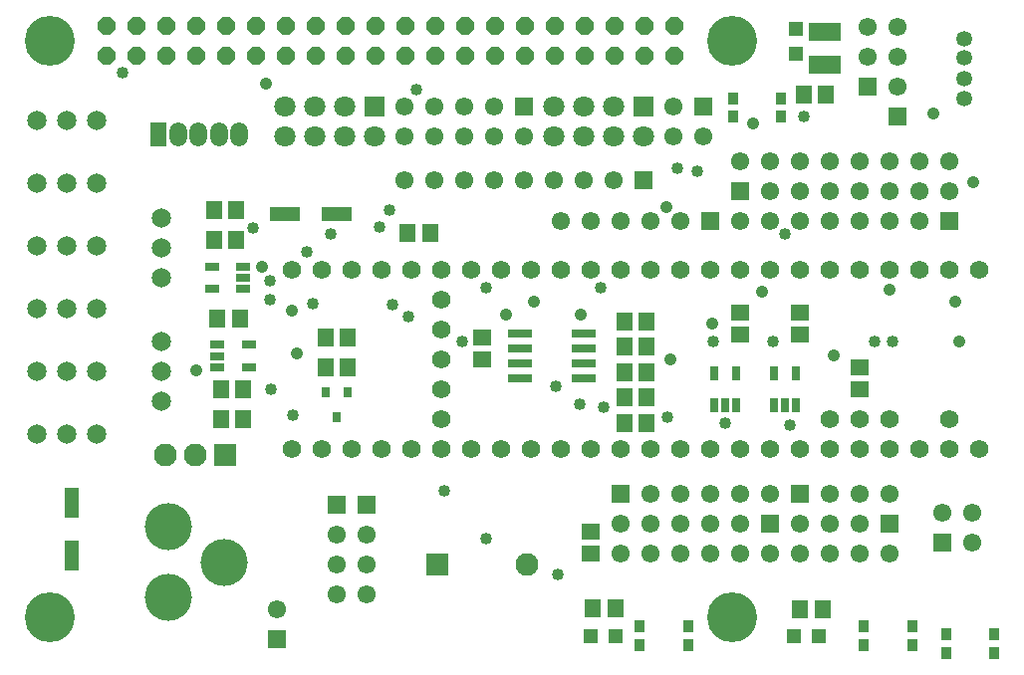
<source format=gts>
G04 DipTrace 3.0.0.2*
G04 TeensyArbotixProRPIT3.6.gts*
%MOIN*%
G04 #@! TF.FileFunction,Soldermask,Top*
G04 #@! TF.Part,Single*
%AMOUTLINE0*5,1,8,0,0,0.065199,-22.499571*%
%ADD13C,0.04*%
%ADD35R,0.05X0.1*%
%ADD36R,0.1X0.05*%
%ADD43C,0.15748*%
%ADD46C,0.065199*%
%ADD47R,0.047244X0.047244*%
%ADD48C,0.05315*%
%ADD53R,0.031496X0.035433*%
%ADD60C,0.06194*%
%ADD72C,0.167*%
%ADD74C,0.042*%
%ADD76R,0.08074X0.025622*%
%ADD80R,0.045307X0.025622*%
%ADD82O,0.058X0.082*%
%ADD84R,0.058X0.082*%
%ADD86R,0.025622X0.045307*%
%ADD90C,0.076803*%
%ADD92R,0.076803X0.076803*%
%ADD94R,0.037433X0.04137*%
%ADD104C,0.070898*%
%ADD106R,0.070898X0.070898*%
%ADD108C,0.061055*%
%ADD110R,0.061055X0.061055*%
%ADD112R,0.108299X0.064992*%
%ADD114R,0.061055X0.053181*%
%ADD120R,0.053181X0.061055*%
%ADD125OUTLINE0*%
%FSLAX26Y26*%
G04*
G70*
G90*
G75*
G01*
G04 TopMask*
%LPD*%
D74*
X1489961Y1981201D3*
X3340414Y1726188D3*
D3*
X3558267Y1688193D3*
X2147966Y1688960D3*
X2911744Y1719925D3*
X2594166Y2005491D3*
X1340017Y1658364D3*
X2882662Y2283876D3*
X1314961Y1981201D3*
X1090158Y1631201D3*
X2605122Y1493701D3*
X3152461Y1506201D3*
X1239658Y1806004D3*
X2746694Y1614301D3*
X1019588Y1458822D3*
X1355092Y1513977D3*
X3487315Y2318297D3*
X2305135Y1642874D3*
X2057075Y1643702D3*
X1252370Y2418488D3*
X3572797Y1555802D3*
X3617827Y2088307D3*
D72*
X2811221Y631496D3*
X527756D3*
Y2560630D3*
X2811221D3*
D13*
X3349961Y1553701D3*
X1269961Y1393701D3*
X2224202Y1403988D3*
X2597415Y1300826D3*
X1664961Y1993701D3*
X1909961Y1553701D3*
X2749961D3*
X2949961D3*
X1209961Y1933701D3*
X1341625Y1306299D3*
X2229961Y773701D3*
X1989961Y893701D3*
Y1733701D3*
X1633477Y1938307D3*
X1849961Y1053701D3*
X2629961Y2133701D3*
X3289961Y1553701D3*
X1676862Y1677230D3*
X1264961Y1756201D3*
X1407950Y1680806D3*
X1729961Y1638307D3*
X1264961Y1693701D3*
X2696766Y2123207D3*
X2381281Y1333981D3*
X2373345Y1733670D3*
X2787782Y1282021D3*
X3007368Y1275960D3*
X2989961Y1913701D3*
X1754760Y2397398D3*
X3052461Y2306201D3*
X771171Y2455984D3*
X2302461Y1343701D3*
X1469961Y1913701D3*
X1389961Y1853701D3*
D120*
X2527362Y1366202D3*
X2452559D3*
D35*
X603711Y1012685D3*
Y837685D3*
D36*
X1489961Y1981201D3*
X1314961D3*
D114*
X1977461Y1568701D3*
Y1493898D3*
D112*
X3122449Y2481201D3*
Y2591437D3*
D120*
X2527362Y1451202D3*
X2452559D3*
X1164961Y1631201D3*
X1090158D3*
D114*
X2339961Y843701D3*
Y918504D3*
D110*
X2939961Y943701D3*
D108*
Y843701D3*
X2839961Y943701D3*
Y843701D3*
X2739961Y943701D3*
Y843701D3*
X2639961Y943701D3*
Y843701D3*
X2539961Y943701D3*
Y843701D3*
X2439961Y943701D3*
Y843701D3*
D110*
Y1043701D3*
D108*
X2539961D3*
X2639961D3*
X2739961D3*
X2839961D3*
X2939961D3*
D110*
X3339961Y943701D3*
D108*
Y843701D3*
X3239961Y943701D3*
Y843701D3*
X3139961Y943701D3*
Y843701D3*
X3039961Y943701D3*
Y843701D3*
D110*
Y1043701D3*
D108*
X3139961D3*
X3239961D3*
X3339961D3*
D110*
X2839961Y2056201D3*
D108*
Y2156201D3*
X2939961Y2056201D3*
Y2156201D3*
X3039961Y2056201D3*
Y2156201D3*
X3139961Y2056201D3*
Y2156201D3*
X3239961Y2056201D3*
Y2156201D3*
X3339961Y2056201D3*
Y2156201D3*
X3439961Y2056201D3*
Y2156201D3*
X3539961Y2056201D3*
Y2156201D3*
D110*
X2514961Y2093701D3*
D108*
X2414961D3*
X2314961D3*
X2214961D3*
X2114961D3*
X2014961D3*
X1914961D3*
X1814961D3*
X1714961D3*
D110*
X2714961Y2342095D3*
D108*
Y2242095D3*
X2614961Y2342095D3*
Y2242095D3*
D106*
X2514961Y2342095D3*
D104*
X2414961D3*
X2314961D3*
X2214961D3*
Y2242095D3*
X2314961D3*
X2414961D3*
X2514961D3*
D43*
X927461Y933071D3*
Y696851D3*
X1112500Y814961D3*
D110*
X1289961Y556201D3*
D108*
Y656201D3*
D110*
X3514961Y881201D3*
D108*
Y981201D3*
X3614961Y881201D3*
Y981201D3*
D125*
X719488Y2510630D3*
Y2610630D3*
X819488Y2510630D3*
Y2610630D3*
X919488Y2510630D3*
Y2610630D3*
X1019488Y2510630D3*
Y2610630D3*
X1119488Y2510630D3*
Y2610630D3*
X1219488Y2510630D3*
Y2610630D3*
X1319488Y2510630D3*
Y2610630D3*
X1419488Y2510630D3*
Y2610630D3*
X1519488Y2510630D3*
Y2610630D3*
X1619488Y2510630D3*
Y2610630D3*
X1719488Y2510630D3*
Y2610630D3*
X1819488Y2510630D3*
Y2610630D3*
X1919488Y2510630D3*
Y2610630D3*
X2019488Y2510630D3*
Y2610630D3*
X2119488Y2510630D3*
Y2610630D3*
X2219488Y2510630D3*
Y2610630D3*
X2319488Y2510630D3*
Y2610630D3*
X2419488Y2510630D3*
Y2610630D3*
X2519488Y2510630D3*
Y2610630D3*
X2619488Y2510630D3*
Y2610630D3*
D46*
X485583Y2083701D3*
X585583D3*
X685583D3*
X485583Y1873701D3*
X585583D3*
X685583D3*
X485583Y1663701D3*
X585583D3*
X685583D3*
X485583Y1453701D3*
X585583D3*
X685583D3*
X485583Y1243701D3*
X585583D3*
X685583D3*
X485583Y2293701D3*
X585583D3*
X685583D3*
X902461Y1768701D3*
Y1868701D3*
Y1968701D3*
Y1353701D3*
Y1453701D3*
Y1553701D3*
D110*
X3539961Y1956201D3*
D108*
X3439961D3*
X3339961D3*
X3239961D3*
X3139961D3*
X3039961D3*
X2939961D3*
X2839961D3*
D110*
X2739961D3*
D108*
X2639961D3*
X2539961D3*
X2439961D3*
X2339961D3*
X2239961D3*
D110*
X3364961Y2306201D3*
D108*
Y2406201D3*
Y2506201D3*
Y2606201D3*
D110*
X3264961Y2406201D3*
D108*
Y2506201D3*
Y2606201D3*
D47*
X2339961Y568701D3*
X2422638D3*
X3102461D3*
X3019784D3*
D48*
X3589961Y2368701D3*
Y2433701D3*
Y2503701D3*
Y2568701D3*
D94*
X3689666Y575197D3*
X3528248D3*
Y512205D3*
X3689666D3*
D47*
X3027461Y2518701D3*
Y2601378D3*
D92*
X1114961Y1174839D3*
D90*
X1014961D3*
X914961D3*
D53*
X1527362Y1383071D3*
X1452559D3*
X1489961Y1300394D3*
D120*
X1177362Y1392898D3*
X1102559D3*
D114*
X3239961Y1468701D3*
Y1393898D3*
D120*
X1152461Y1893701D3*
X1077658D3*
X2527362Y1281202D3*
X2452559D3*
X3052461Y2381201D3*
X3127264D3*
X1177362Y1292898D3*
X1102559D3*
X1152461Y1993701D3*
X1077658D3*
X2421211Y662452D3*
X2346408D3*
X1452559Y1568701D3*
X1527362D3*
X1452559Y1468701D3*
X1527362D3*
D114*
X3039961Y1651103D3*
Y1576299D3*
X2839961Y1651103D3*
Y1576299D3*
D120*
X3114961Y656201D3*
X3040158D3*
X2527362Y1536202D3*
X2452559D3*
X1727559Y1918701D3*
X1802362D3*
D94*
X2814961Y2306201D3*
X2976378D3*
Y2369193D3*
X2814961D3*
X2503248Y537205D3*
X2664666D3*
Y600197D3*
X2503248D3*
X3414961D3*
X3253544D3*
Y537205D3*
X3414961D3*
D110*
X1589961Y1006201D3*
D108*
Y906201D3*
Y806201D3*
Y706201D3*
D110*
X1489961Y1006201D3*
D108*
Y906201D3*
Y806201D3*
Y706201D3*
D106*
X1614961Y2342095D3*
D104*
X1514961D3*
X1414961D3*
X1314961D3*
Y2242095D3*
X1414961D3*
X1514961D3*
X1614961D3*
D110*
X2114961Y2342095D3*
D108*
Y2242095D3*
X2014961Y2342095D3*
Y2242095D3*
X1914961Y2342095D3*
Y2242095D3*
X1814961Y2342095D3*
Y2242095D3*
X1714961Y2342095D3*
Y2242095D3*
D92*
X1827461Y806201D3*
D90*
X2126673D3*
D86*
X2752559Y1340551D3*
X2789961D3*
X2827362D3*
Y1446851D3*
X2752559D3*
D84*
X893461Y2246732D3*
D82*
X960461D3*
X1027461D3*
X1094461D3*
X1161461D3*
D80*
X1089961Y1542898D3*
Y1505496D3*
Y1468095D3*
X1196260D3*
Y1542898D3*
D60*
X3639961Y1793701D3*
X3539961D3*
X3439961D3*
X3339961D3*
X3239961D3*
X3139961D3*
X3039961D3*
X2939961D3*
X2839961D3*
X2739961D3*
X2639961D3*
X2539961D3*
X2439961D3*
X2339961D3*
X1839961Y1293701D3*
Y1393701D3*
Y1493701D3*
Y1593701D3*
X2039961Y1193701D3*
X2339961D3*
X2439961D3*
X2539961D3*
X2639961D3*
X2739961D3*
X2839961D3*
X2939961D3*
X3039961D3*
X3139961D3*
X3239961D3*
X3339961D3*
X3439961D3*
X3539961D3*
X3639961D3*
X3539961Y1293701D3*
X3339961D3*
X3239961D3*
X3139961D3*
X1739961Y1793701D3*
X1639961D3*
X1839961D3*
X1939961D3*
X2039961D3*
X2139961D3*
X1539961D3*
X1439961D3*
X1339961D3*
Y1193701D3*
X2239961Y1793701D3*
X1439961Y1193701D3*
X2239961D3*
X1539961D3*
X1739961D3*
X1839961D3*
X1939961D3*
X1639961D3*
X2139961D3*
X1839961Y1693701D3*
D80*
X1177461Y1731201D3*
Y1768603D3*
Y1806004D3*
X1071162D3*
Y1731201D3*
D76*
X2314961Y1431201D3*
Y1481201D3*
Y1531201D3*
Y1581201D3*
X2102362D3*
Y1531201D3*
Y1481201D3*
Y1431201D3*
D86*
X2952559Y1340551D3*
X2989961D3*
X3027362D3*
Y1446851D3*
X2952559D3*
D120*
X2527362Y1621202D3*
X2452559D3*
M02*

</source>
